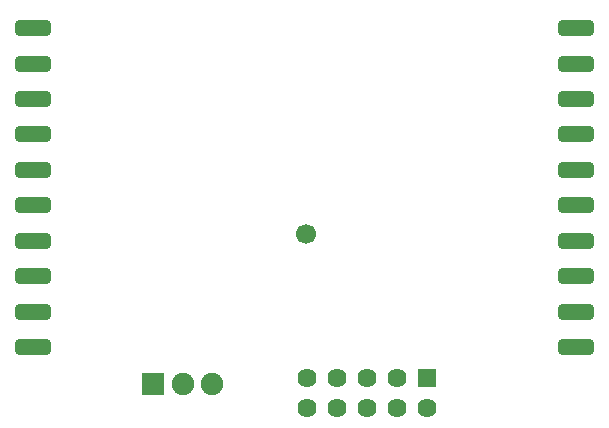
<source format=gbs>
G04 Layer_Color=16711935*
%FSLAX24Y24*%
%MOIN*%
G70*
G01*
G75*
%ADD67C,0.0639*%
%ADD68R,0.0639X0.0639*%
%ADD69R,0.0748X0.0748*%
%ADD70C,0.0748*%
%ADD71C,0.0669*%
G04:AMPARAMS|DCode=72|XSize=122mil|YSize=51.2mil|CornerRadius=13.8mil|HoleSize=0mil|Usage=FLASHONLY|Rotation=0.000|XOffset=0mil|YOffset=0mil|HoleType=Round|Shape=RoundedRectangle|*
%AMROUNDEDRECTD72*
21,1,0.1220,0.0236,0,0,0.0*
21,1,0.0945,0.0512,0,0,0.0*
1,1,0.0276,0.0472,-0.0118*
1,1,0.0276,-0.0472,-0.0118*
1,1,0.0276,-0.0472,0.0118*
1,1,0.0276,0.0472,0.0118*
%
%ADD72ROUNDEDRECTD72*%
D67*
X38363Y23553D02*
D03*
Y24553D02*
D03*
X37363Y23553D02*
D03*
X36363D02*
D03*
X40363D02*
D03*
X39363D02*
D03*
X37363Y24553D02*
D03*
X36363D02*
D03*
X39363D02*
D03*
D68*
X40363D02*
D03*
D69*
X31216Y24350D02*
D03*
D70*
X33184D02*
D03*
X32200D02*
D03*
D71*
X36314Y29370D02*
D03*
D72*
X27220Y25590D02*
D03*
Y26771D02*
D03*
Y27952D02*
D03*
Y29133D02*
D03*
Y30315D02*
D03*
Y31496D02*
D03*
Y32677D02*
D03*
Y33858D02*
D03*
Y35039D02*
D03*
Y36220D02*
D03*
X45330D02*
D03*
Y35039D02*
D03*
Y33858D02*
D03*
Y32677D02*
D03*
Y31496D02*
D03*
Y30315D02*
D03*
Y29133D02*
D03*
Y27952D02*
D03*
Y26771D02*
D03*
Y25590D02*
D03*
M02*

</source>
